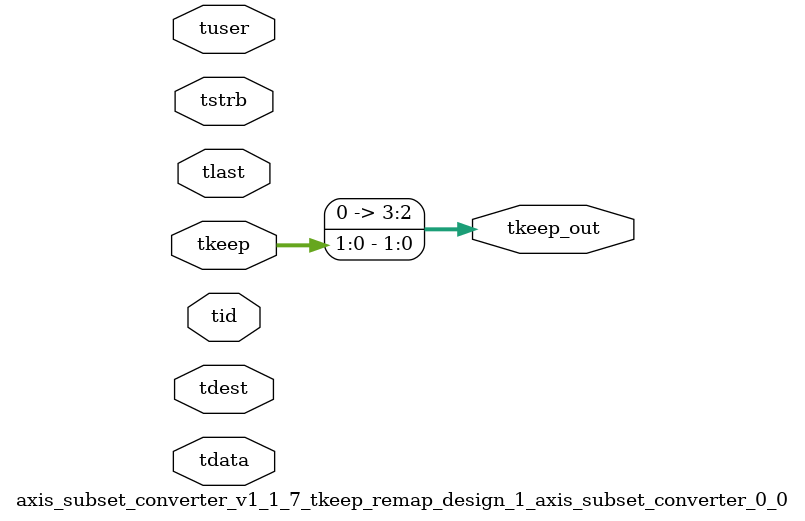
<source format=v>


`timescale 1ps/1ps

module axis_subset_converter_v1_1_7_tkeep_remap_design_1_axis_subset_converter_0_0 #
(
parameter C_S_AXIS_TDATA_WIDTH = 32,
parameter C_S_AXIS_TUSER_WIDTH = 0,
parameter C_S_AXIS_TID_WIDTH   = 0,
parameter C_S_AXIS_TDEST_WIDTH = 0,
parameter C_M_AXIS_TDATA_WIDTH = 32
)
(
input  [(C_S_AXIS_TDATA_WIDTH == 0 ? 1 : C_S_AXIS_TDATA_WIDTH)-1:0     ] tdata,
input  [(C_S_AXIS_TUSER_WIDTH == 0 ? 1 : C_S_AXIS_TUSER_WIDTH)-1:0     ] tuser,
input  [(C_S_AXIS_TID_WIDTH   == 0 ? 1 : C_S_AXIS_TID_WIDTH)-1:0       ] tid,
input  [(C_S_AXIS_TDEST_WIDTH == 0 ? 1 : C_S_AXIS_TDEST_WIDTH)-1:0     ] tdest,
input  [(C_S_AXIS_TDATA_WIDTH/8)-1:0 ] tkeep,
input  [(C_S_AXIS_TDATA_WIDTH/8)-1:0 ] tstrb,
input                                                                    tlast,
output [(C_M_AXIS_TDATA_WIDTH/8)-1:0 ] tkeep_out
);

assign tkeep_out = {tkeep[1:0]};

endmodule


</source>
